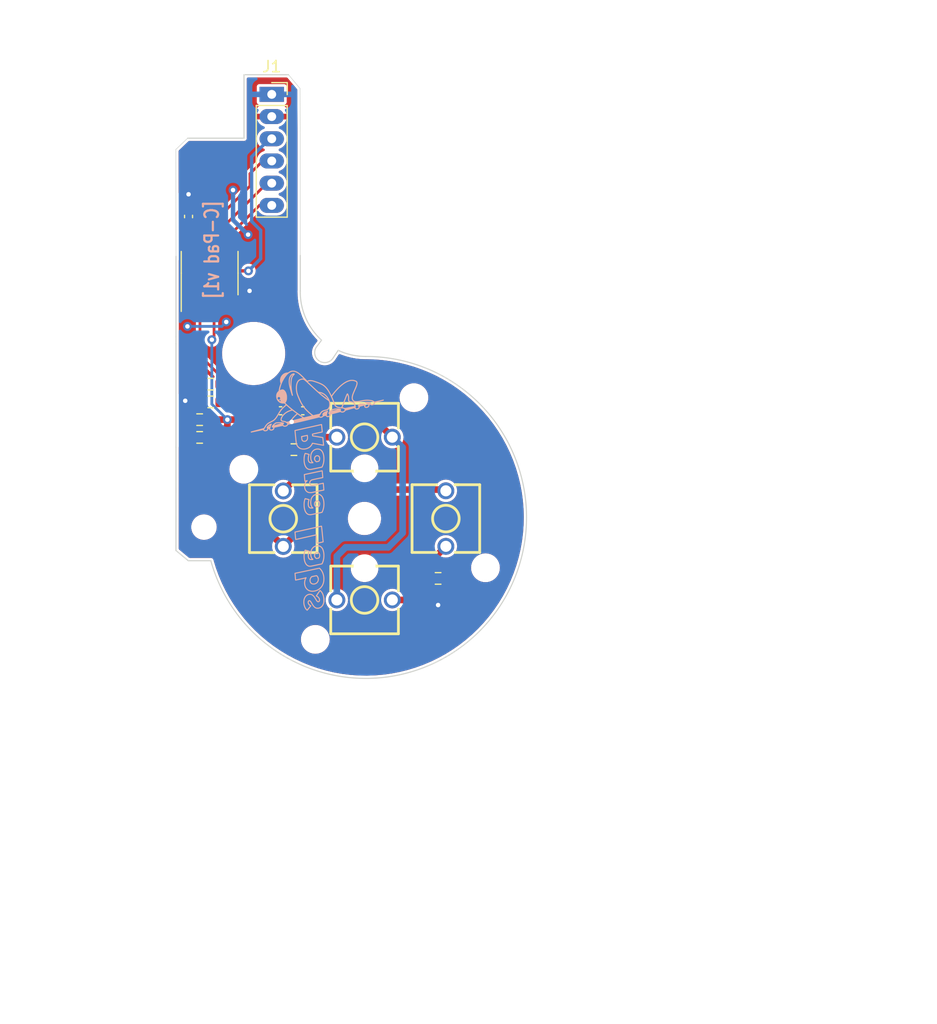
<source format=kicad_pcb>
(kicad_pcb (version 20211014) (generator pcbnew)
  (layers (0 "F.Cu" signal) (31 "B.Cu" signal) (34 "B.Paste" user) (35 "F.Paste" user) (36 "B.SilkS" user "B.Silkscreen") (37 "F.SilkS" user "F.Silkscreen") (38 "B.Mask" user) (39 "F.Mask" user) (44 "Edge.Cuts" user))
  (net 0 "")
  (net 1 "GND")
  (net 2 "/C_y")
  (net 3 "/C_x")
  (net 4 "VCC")
  (net 5 "/CS2_2")
  (net 6 "/CLK2")
  (net 7 "/Dout2")
  (net 8 "/Din2")
  (net 9 "Net-(SW2-Pad1)")
  (net 10 "Net-(R1-Pad1)")
  (footprint "PhobGCC_2_0_0_footprints:C_0402_1005Metric" (layer "F.Cu") (at 128.8 100.5)
    (fp_text reference "C2" hide)
    (fp_text value "100n")
    (pad "1" smd roundrect (at -0.48 0) (size 0.56 0.62) (layers "F.Cu" "F.Paste" "F.Mask") (net 2 "/C_y"))
    (pad "2" smd roundrect (at 0.48 0) (size 0.56 0.62) (layers "F.Cu" "F.Paste" "F.Mask") (net 1 "GND"))
  )
  (footprint "PhobGCC_2_0_0_footprints:MountingHole_2.0mm" (layer "F.Cu") (at 136.37 114.68 90)
    (fp_text reference "H12" hide)
    (fp_text value "MountingHole")
    (pad "" np_thru_hole circle (at 0 0 90) (size 2 2) (drill 2) (layers F&B.Cu *.Mask))
  )
  (footprint "PhobGCC_2_0_0_footprints:SOIC-8_3.9x4.9mm_P1.27mm" (layer "F.Cu") (at 122.4 88.1 90)
    (fp_text reference "U1" hide)
    (fp_text value "MCP3202")
    (pad "1" smd roundrect (at -2.475 -1.905 90) (size 1.95 0.6) (layers "F.Cu" "F.Paste" "F.Mask") (net 5 "/CS2_2"))
    (pad "2" smd roundrect (at -2.475 -0.635 90) (size 1.95 0.6) (layers "F.Cu" "F.Paste" "F.Mask") (net 3 "/C_x"))
    (pad "3" smd roundrect (at -2.475 0.635 90) (size 1.95 0.6) (layers "F.Cu" "F.Paste" "F.Mask") (net 2 "/C_y"))
    (pad "4" smd roundrect (at -2.475 1.905 90) (size 1.95 0.6) (layers "F.Cu" "F.Paste" "F.Mask") (net 1 "GND"))
    (pad "5" smd roundrect (at 2.475 1.905 90) (size 1.95 0.6) (layers "F.Cu" "F.Paste" "F.Mask") (net 8 "/Din2"))
    (pad "6" smd roundrect (at 2.475 0.635 90) (size 1.95 0.6) (layers "F.Cu" "F.Paste" "F.Mask") (net 7 "/Dout2"))
    (pad "7" smd roundrect (at 2.475 -0.635 90) (size 1.95 0.6) (layers "F.Cu" "F.Paste" "F.Mask") (net 6 "/CLK2"))
    (pad "8" smd roundrect (at 2.475 -1.905 90) (size 1.95 0.6) (layers "F.Cu" "F.Paste" "F.Mask") (net 4 "VCC"))
  )
  (footprint "PhobGCC_2_0_0_footprints:C_0402_1005Metric" (layer "F.Cu") (at 130.8 100.5 180)
    (fp_text reference "C3" hide)
    (fp_text value "100n")
    (pad "1" smd roundrect (at -0.48 0 180) (size 0.56 0.62) (layers "F.Cu" "F.Paste" "F.Mask") (net 3 "/C_x"))
    (pad "2" smd roundrect (at 0.48 0 180) (size 0.56 0.62) (layers "F.Cu" "F.Paste" "F.Mask") (net 1 "GND"))
  )
  (footprint "Resistor_SMD:R_0603_1608Metric_Pad0.98x0.95mm_HandSolder" (layer "F.Cu") (at 122.5 99.7 180)
    (fp_text reference "R8" hide)
    (fp_text value "5.6k")
    (pad "1" smd roundrect (at -0.9125 0 180) (size 0.975 0.95) (layers "F.Cu" "F.Paste" "F.Mask") (net 3 "/C_x"))
    (pad "2" smd roundrect (at 0.9125 0 180) (size 0.975 0.95) (layers "F.Cu" "F.Paste" "F.Mask") (net 1 "GND"))
  )
  (footprint "Resistor_SMD:R_0603_1608Metric_Pad0.98x0.95mm_HandSolder" (layer "F.Cu") (at 122.5 98.1)
    (fp_text reference "R7" hide)
    (fp_text value "5.6k")
    (pad "1" smd roundrect (at -0.9125 0) (size 0.975 0.95) (layers "F.Cu" "F.Paste" "F.Mask") (net 4 "VCC"))
    (pad "2" smd roundrect (at 0.9125 0) (size 0.975 0.95) (layers "F.Cu" "F.Paste" "F.Mask") (net 3 "/C_x"))
  )
  (footprint "easyeda2kicad:SW-TH_L6.2-W6.2-P5.00" (layer "F.Cu") (at 143.7 110.21 90)
    (fp_text reference "SW3" hide)
    (fp_text value "C_down")
    (pad "1" thru_hole circle locked (at -2.5 0 90) (size 1.52 1.52) (drill 0.999998) (layers *.Cu *.Paste *.Mask) (net 10 "Net-(R1-Pad1)"))
    (pad "2" thru_hole circle locked (at 2.5 0 90) (size 1.52 1.52) (drill 0.999998) (layers *.Cu *.Paste *.Mask) (net 2 "/C_y"))
  )
  (footprint "easyeda2kicad:SW-TH_L6.2-W6.2-P5.00" (layer "F.Cu") (at 136.37 102.88)
    (fp_text reference "SW4" hide)
    (fp_text value "C_right")
    (pad "1" thru_hole circle locked (at -2.5 0) (size 1.52 1.52) (drill 0.999998) (layers *.Cu *.Paste *.Mask) (net 9 "Net-(SW2-Pad1)"))
    (pad "2" thru_hole circle locked (at 2.5 0) (size 1.52 1.52) (drill 0.999998) (layers *.Cu *.Paste *.Mask) (net 3 "/C_x"))
  )
  (footprint "easyeda2kicad:SW-TH_L6.2-W6.2-P5.00" (layer "F.Cu") (at 136.37 117.54 180)
    (fp_text reference "SW1" hide)
    (fp_text value "C_left")
    (pad "1" thru_hole circle locked (at -2.5 0 180) (size 1.52 1.52) (drill 0.999998) (layers *.Cu *.Paste *.Mask) (net 10 "Net-(R1-Pad1)"))
    (pad "2" thru_hole circle locked (at 2.5 0 180) (size 1.52 1.52) (drill 0.999998) (layers *.Cu *.Paste *.Mask) (net 3 "/C_x"))
  )
  (footprint "Resistor_SMD:R_0603_1608Metric_Pad0.98x0.95mm_HandSolder" (layer "F.Cu") (at 143 115.6)
    (fp_text reference "R1" hide)
    (fp_text value "1.1k")
    (pad "1" smd roundrect (at -0.9125 0) (size 0.975 0.95) (layers "F.Cu" "F.Paste" "F.Mask") (net 10 "Net-(R1-Pad1)"))
    (pad "2" smd roundrect (at 0.9125 0) (size 0.975 0.95) (layers "F.Cu" "F.Paste" "F.Mask") (net 1 "GND"))
  )
  (footprint "MountingHole:MountingHole_2.1mm" (layer "F.Cu") (at 131.93 121.09)
    (fp_text reference "H4" hide)
    (fp_text value "MountingHole")
    (pad "" np_thru_hole circle (at 0 0) (size 2.1 2.1) (drill 2.1) (layers *.Cu *.Mask))
  )
  (footprint "PhobGCC_2_0_0_footprints:C_0402_1005Metric" (layer "F.Cu") (at 120.5 83 90)
    (fp_text reference "C1" hide)
    (fp_text value "100n")
    (pad "1" smd roundrect (at -0.48 0 90) (size 0.56 0.62) (layers "F.Cu" "F.Paste" "F.Mask") (net 4 "VCC"))
    (pad "2" smd roundrect (at 0.48 0 90) (size 0.56 0.62) (layers "F.Cu" "F.Paste" "F.Mask") (net 1 "GND"))
  )
  (footprint "MountingHole:MountingHole_2.5mm" (layer "F.Cu") (at 136.36 110.2)
    (fp_text reference "H5" hide)
    (fp_text value "MountingHole")
    (pad "" np_thru_hole circle (at 0 0) (size 2.5 2.5) (drill 2.5) (layers *.Cu *.Mask))
  )
  (footprint "easyeda2kicad:SW-TH_L6.2-W6.2-P5.00" (layer "F.Cu") (at 129.04 110.22 -90)
    (fp_text reference "SW2" hide)
    (fp_text value "C_up")
    (pad "1" thru_hole circle locked (at -2.5 0 270) (size 1.52 1.52) (drill 0.999998) (layers *.Cu *.Paste *.Mask) (net 9 "Net-(SW2-Pad1)"))
    (pad "2" thru_hole circle locked (at 2.5 0 270) (size 1.52 1.52) (drill 0.999998) (layers *.Cu *.Paste *.Mask) (net 2 "/C_y"))
  )
  (footprint "Resistor_SMD:R_0603_1608Metric_Pad0.98x0.95mm_HandSolder" (layer "F.Cu") (at 121.5 101.3 180)
    (fp_text reference "R6" hide)
    (fp_text value "5.6k")
    (pad "1" smd roundrect (at -0.9125 0 180) (size 0.975 0.95) (layers "F.Cu" "F.Paste" "F.Mask") (net 2 "/C_y"))
    (pad "2" smd roundrect (at 0.9125 0 180) (size 0.975 0.95) (layers "F.Cu" "F.Paste" "F.Mask") (net 1 "GND"))
  )
  (footprint "Resistor_SMD:R_0603_1608Metric_Pad0.98x0.95mm_HandSolder" (layer "F.Cu") (at 130 104 180)
    (fp_text reference "R2" hide)
    (fp_text value "1.1k")
    (pad "1" smd roundrect (at -0.9125 0 180) (size 0.975 0.95) (layers "F.Cu" "F.Paste" "F.Mask") (net 9 "Net-(SW2-Pad1)"))
    (pad "2" smd roundrect (at 0.9125 0 180) (size 0.975 0.95) (layers "F.Cu" "F.Paste" "F.Mask") (net 4 "VCC"))
  )
  (footprint "MountingHole:MountingHole_2.1mm" (layer "F.Cu") (at 147.27 114.64)
    (fp_text reference "H3" hide)
    (fp_text value "MountingHole")
    (pad "" np_thru_hole circle (at 0 0) (size 2.1 2.1) (drill 2.1) (layers *.Cu *.Mask))
  )
  (footprint "MountingHole:MountingHole_2.1mm" (layer "F.Cu") (at 125.48 105.77)
    (fp_text reference "H1" hide)
    (fp_text value "MountingHole")
    (pad "" np_thru_hole circle (at 0 0) (size 2.1 2.1) (drill 2.1) (layers *.Cu *.Mask))
  )
  (footprint "PhobGCC_2_0_0_footprints:MountingHole_1.8mm" (layer "F.Cu") (at 121.89 110.98 90)
    (fp_text reference "H10" hide)
    (fp_text value "MountingHole")
    (pad "" np_thru_hole circle (at 0 0 90) (size 1.8 1.8) (drill 1.8) (layers F&B.Cu *.Mask))
  )
  (footprint "PhobGCC_2_0_0_footprints:MountingHole_2.0mm" (layer "F.Cu") (at 136.37 105.68 90)
    (fp_text reference "H13" hide)
    (fp_text value "MountingHole")
    (pad "" np_thru_hole circle (at 0 0 90) (size 2 2) (drill 2) (layers F&B.Cu *.Mask))
  )
  (footprint "MountingHole:MountingHole_2.1mm" (layer "F.Cu") (at 140.82 99.32)
    (fp_text reference "H2" hide)
    (fp_text value "MountingHole")
    (pad "" np_thru_hole circle (at 0 0) (size 2.1 2.1) (drill 2.1) (layers *.Cu *.Mask))
  )
  (footprint "PhobGCC_2_0_0_footprints:MountingHole_5.2mm" (layer "F.Cu") (at 126.37 95.34 90)
    (fp_text reference "H11" hide)
    (fp_text value "MountingHole")
    (pad "" np_thru_hole circle (at 0 0 90) (size 5.2 5.2) (drill 5.2) (layers F&B.Cu *.Mask))
  )
  (footprint "PhobGCC_2_0_0_footprints:PinSocket_1x06_P2.00mm_Vertical" (layer "F.Cu") (at 128 72)
    (fp_text reference "J1" (at 0 -2.5 180) (layer "F.SilkS"))
    (fp_text value "Conn_01x06")
    (pad "1" thru_hole rect (at 0 0) (size 2.2 1.35) (drill 0.8) (layers *.Cu *.Mask) (net 1 "GND") (thermal_gap 0.65))
    (pad "2" thru_hole oval (at 0 2) (size 2.2 1.35) (drill 0.8) (layers *.Cu *.Mask) (net 4 "VCC") (thermal_gap 0.5))
    (pad "3" thru_hole oval (at 0 4) (size 2.2 1.35) (drill 0.8) (layers *.Cu *.Mask) (net 5 "/CS2_2"))
    (pad "4" thru_hole oval (at 0 6) (size 2.2 1.35) (drill 0.8) (layers *.Cu *.Mask) (net 6 "/CLK2"))
    (pad "5" thru_hole oval (at 0 8) (size 2.2 1.35) (drill 0.8) (layers *.Cu *.Mask) (net 7 "/Dout2"))
    (pad "6" thru_hole oval (at 0 10) (size 2.2 1.35) (drill 0.8) (layers *.Cu *.Mask) (net 8 "/Din2"))
  )
  (footprint "Resistor_SMD:R_0603_1608Metric_Pad0.98x0.95mm_HandSolder" (layer "F.Cu") (at 121.5 102.9)
    (fp_text reference "R5" hide)
    (fp_text value "5.6k")
    (pad "1" smd roundrect (at -0.9125 0) (size 0.975 0.95) (layers "F.Cu" "F.Paste" "F.Mask") (net 4 "VCC"))
    (pad "2" smd roundrect (at 0.9125 0) (size 0.975 0.95) (layers "F.Cu" "F.Paste" "F.Mask") (net 2 "/C_y"))
  )
  (footprint "logo:logo_no_text_tiny" (layer "B.Cu") (at 132.1 100.5 -90)
    (fp_text reference "G***" hide)
    (fp_text value "LOGO" hide)
  )
  (footprint "logo:text_only_horizontal_4mm_tall" (layer "B.Cu") (at 131.328624 109.859004 -90)
    (fp_text reference "G***" hide)
    (fp_text value "LOGO" hide)
  )
  (gr_arc (start 136.4732 95.606117) (mid 148.023637 118.872944) (end 122.507528 114.006117) (layer "Edge.Cuts") (width 0.1))
  (gr_line (start 132.492083 94.141342) (end 132.025578 94.761017) (layer "Edge.Cuts") (width 0.1))
  (gr_arc (start 133.523763 95.758735) (mid 132.275846 96.008917) (end 132.025578 94.761017) (layer "Edge.Cuts") (width 0.1))
  (gr_line (start 120.4214 75.946) (end 125.5 75.946) (layer "Edge.Cuts") (width 0.1))
  (gr_line (start 119.3672 93.842952) (end 119.367157 94.464952) (layer "Edge.Cuts") (width 0.1))
  (gr_line (start 130.5732 75.278235) (end 130.556 71.4756) (layer "Edge.Cuts") (width 0.05))
  (gr_line (start 130.5732 89.706117) (end 130.5732 86.506117) (layer "Edge.Cuts") (width 0.1))
  (gr_line (start 119.3672 93.842952) (end 119.3672 86.5874) (layer "Edge.Cuts") (width 0.1))
  (gr_arc (start 132.492083 94.141342) (mid 131.057512 92.129292) (end 130.5732 89.706117) (layer "Edge.Cuts") (width 0.1))
  (gr_line (start 133.523763 95.758735) (end 133.990269 95.058224) (layer "Edge.Cuts") (width 0.1))
  (gr_line (start 130.5732 86.506117) (end 130.5732 75.278235) (layer "Edge.Cuts") (width 0.05))
  (gr_line (start 129.511 70.227493) (end 125.5 70.227493) (layer "Edge.Cuts") (width 0.1))
  (gr_line (start 119.3546 76.962) (end 120.4214 75.946) (layer "Edge.Cuts") (width 0.05))
  (gr_line (start 119.367157 103.765952) (end 119.364307 113.086952) (layer "Edge.Cuts") (width 0.1))
  (gr_line (start 119.364307 113.086952) (end 120.4732 114.006117) (layer "Edge.Cuts") (width 0.1))
  (gr_line (start 119.367157 94.464952) (end 119.367157 103.765952) (layer "Edge.Cuts") (width 0.1))
  (gr_line (start 119.3672 86.5874) (end 119.3546 76.962) (layer "Edge.Cuts") (width 0.05))
  (gr_line (start 125.5 70.227493) (end 125.5 75.946) (layer "Edge.Cuts") (width 0.1))
  (gr_line (start 130.556 71.4756) (end 129.511 70.227493) (layer "Edge.Cuts") (width 0.05))
  (gr_arc (start 136.4732 95.606117) (mid 135.201851 95.467595) (end 133.990269 95.058224) (layer "Edge.Cuts") (width 0.1))
  (gr_line (start 120.4732 114.006117) (end 122.507528 114.006117) (layer "Edge.Cuts") (width 0.1))
  (gr_text "[C-Pad v1]" (at 122.6 86 90) (layer "B.SilkS") (effects (font (size 1.25 1) (thickness 0.2)) (justify mirror)))
  (segment (start 129.8 100.5) (end 129.8 101.5) (width 0.6) (layer "F.Cu") (net 1))
  (segment (start 120.3 99.7) (end 121.4 99.7) (width 0.6) (layer "F.Cu") (net 1))
  (segment (start 120.5 81) (end 120.5 82.52) (width 0.25) (layer "F.Cu") (net 1))
  (segment (start 120.5875 99.9875) (end 120.5875 101.3) (width 0.6) (layer "F.Cu") (net 1))
  (segment (start 129.8 100.5) (end 130.32 100.5) (width 0.6) (layer "F.Cu") (net 1))
  (segment (start 120.2 99.6) (end 120.3 99.7) (width 0.6) (layer "F.Cu") (net 1))
  (segment (start 121.4875 99.7) (end 121.4 99.7) (width 0.25) (layer "F.Cu") (net 1))
  (segment (start 120.2 99.6) (end 120.5875 99.9875) (width 0.6) (layer "F.Cu") (net 1))
  (segment (start 143.9125 115.6) (end 143.9125 117.0875) (width 0.6) (layer "F.Cu") (net 1))
  (segment (start 126 89.7) (end 125.125 90.575) (width 0.3) (layer "F.Cu") (net 1))
  (segment (start 125.125 90.575) (end 124.305 90.575) (width 0.3) (layer "F.Cu") (net 1))
  (segment (start 129.28 100.5) (end 129.8 100.5) (width 0.6) (layer "F.Cu") (net 1))
  (segment (start 143.9125 117.0875) (end 143 118) (width 0.6) (layer "F.Cu") (net 1))
  (via (at 120.5 81) (size 0.8) (drill 0.4) (layers "F.Cu" "B.Cu") (net 1))
  (via (at 129.8 101.5) (size 0.8) (drill 0.4) (layers "F.Cu" "B.Cu") (net 1))
  (via (at 143 118) (size 0.8) (drill 0.4) (layers "F.Cu" "B.Cu") (net 1))
  (via (at 126 89.7) (size 0.8) (drill 0.4) (layers "F.Cu" "B.Cu") (net 1))
  (via (at 120.2 99.6) (size 0.8) (drill 0.4) (layers "F.Cu" "B.Cu") (net 1))
  (segment (start 128.32 100.5) (end 128 100.5) (width 0.6) (layer "F.Cu") (net 2))
  (segment (start 122.8 93.9) (end 122.6 94.1) (width 0.25) (layer "F.Cu") (net 2))
  (segment (start 124 101.9) (end 123 102.9) (width 0.6) (layer "F.Cu") (net 2))
  (segment (start 123 102.9) (end 122.4125 102.9) (width 0.25) (layer "F.Cu") (net 2))
  (segment (start 125.6 101.3) (end 124 101.3) (width 0.6) (layer "F.Cu") (net 2))
  (segment (start 127.4 103.1) (end 126.4 102.1) (width 0.6) (layer "F.Cu") (net 2))
  (segment (start 122.8 91.475) (end 122.8 93.9) (width 0.25) (layer "F.Cu") (net 2))
  (segment (start 124 101.3) (end 124 101.9) (width 0.6) (layer "F.Cu") (net 2))
  (segment (start 124 101.3) (end 122.4125 101.3) (width 0.6) (layer "F.Cu") (net 2))
  (segment (start 134.16 107.6) (end 129.04 112.72) (width 0.6) (layer "F.Cu") (net 2))
  (segment (start 128 100.5) (end 126.4 102.1) (width 0.6) (layer "F.Cu") (net 2))
  (segment (start 143.7 107.71) (end 143.59 107.6) (width 0.6) (layer "F.Cu") (net 2))
  (segment (start 143.59 107.6) (end 134.16 107.6) (width 0.6) (layer "F.Cu") (net 2))
  (segment (start 129.04 112.72) (end 127.4 111.08) (width 0.6) (layer "F.Cu") (net 2))
  (segment (start 126.4 102.1) (end 125.6 101.3) (width 0.6) (layer "F.Cu") (net 2))
  (segment (start 127.4 111.08) (end 127.4 103.1) (width 0.6) (layer "F.Cu") (net 2))
  (via (at 122.6 94.1) (size 0.8) (drill 0.4) (layers "F.Cu" "B.Cu") (net 2))
  (via (at 124 101.3) (size 0.8) (drill 0.4) (layers "F.Cu" "B.Cu") (net 2))
  (segment (start 122.6 99.9) (end 122.6 94.1) (width 0.25) (layer "B.Cu") (net 2))
  (segment (start 124 101.3) (end 122.6 99.9) (width 0.25) (layer "B.Cu") (net 2))
  (segment (start 138.87 102.88) (end 135.29 99.3) (width 0.6) (layer "F.Cu") (net 3))
  (segment (start 135.29 99.3) (end 124.2 99.3) (width 0.6) (layer "F.Cu") (net 3))
  (segment (start 123.4125 98.1) (end 123.3125 98.2) (width 0.6) (layer "F.Cu") (net 3))
  (segment (start 121.53 91.475) (end 121.53 95.53) (width 0.25) (layer "F.Cu") (net 3))
  (segment (start 124.2 99.3) (end 123.8 99.7) (width 0.6) (layer "F.Cu") (net 3))
  (segment (start 131.28 100.5) (end 131.28 99.3) (width 0.6) (layer "F.Cu") (net 3))
  (segment (start 123.8 99.7) (end 123.4125 99.7) (width 0.6) (layer "F.Cu") (net 3))
  (segment (start 123.3125 98.2) (end 123.3125 99.7) (width 0.6) (layer "F.Cu") (net 3))
  (segment (start 121.53 95.53) (end 123.3125 97.3125) (width 0.25) (layer "F.Cu") (net 3))
  (segment (start 123.3125 97.3125) (end 123.3125 98.1) (width 0.25) (layer "F.Cu") (net 3))
  (segment (start 139.8 111.500281) (end 139.8 103.81) (width 0.6) (layer "B.Cu") (net 3))
  (segment (start 133.87 113.594491) (end 134.664491 112.8) (width 0.6) (layer "B.Cu") (net 3))
  (segment (start 134.664491 112.8) (end 138.500281 112.8) (width 0.6) (layer "B.Cu") (net 3))
  (segment (start 139.8 103.81) (end 138.87 102.88) (width 0.6) (layer "B.Cu") (net 3))
  (segment (start 138.500281 112.8) (end 139.8 111.500281) (width 0.6) (layer "B.Cu") (net 3))
  (segment (start 133.87 117.54) (end 133.87 113.594491) (width 0.6) (layer "B.Cu") (net 3))
  (segment (start 120.495 85.625) (end 120.495 83.485) (width 0.25) (layer "F.Cu") (net 4))
  (segment (start 120.495 83.485) (end 120.5 83.48) (width 0.25) (layer "F.Cu") (net 4))
  (via (at 125.8687 84.6328) (size 0.8) (drill 0.4) (layers "F.Cu" "B.Cu") (net 4))
  (via (at 120.4 92.9) (size 0.8) (drill 0.4) (layers "F.Cu" "B.Cu") (net 4))
  (via (at 123.9 92.5) (size 0.8) (drill 0.4) (layers "F.Cu" "B.Cu") (net 4))
  (via (at 124.5108 80.6196) (size 0.8) (drill 0.4) (layers "F.Cu" "B.Cu") (net 4))
  (segment (start 124.5108 83.3108) (end 125.8328 84.6328) (width 0.4) (layer "B.Cu") (net 4))
  (segment (start 125.8328 84.6328) (end 125.8687 84.6328) (width 0.4) (layer "B.Cu") (net 4))
  (segment (start 124.5108 80.6196) (end 124.5108 83.3108) (width 0.4) (layer "B.Cu") (net 4))
  (segment (start 123.9 92.5) (end 123.5 92.9) (width 0.25) (layer "B.Cu") (net 4))
  (segment (start 123.5 92.9) (end 120.4 92.9) (width 0.25) (layer "B.Cu") (net 4))
  (segment (start 125.9 87.9) (end 122.1 87.9) (width 0.3) (layer "F.Cu") (net 5))
  (segment (start 120.495 89.505) (end 120.495 90.575) (width 0.3) (layer "F.Cu") (net 5))
  (segment (start 122.1 87.9) (end 120.495 89.505) (width 0.3) (layer "F.Cu") (net 5))
  (via (at 125.9 87.9) (size 0.8) (drill 0.4) (layers "F.Cu" "B.Cu") (net 5))
  (segment (start 127 84.25) (end 126.1872 83.4372) (width 0.3) (layer "B.Cu") (net 5))
  (segment (start 126.1872 83.4372) (end 126.1872 77.6224) (width 0.3) (layer "B.Cu") (net 5))
  (segment (start 127.8172 75.9924) (end 128.016 75.9924) (width 0.3) (layer "B.Cu") (net 5))
  (segment (start 126.1872 77.6224) (end 127.8172 75.9924) (width 0.3) (layer "B.Cu") (net 5))
  (segment (start 125.9 87.9) (end 127 86.8) (width 0.3) (layer "B.Cu") (net 5))
  (segment (start 127 86.8) (end 127 84.25) (width 0.3) (layer "B.Cu") (net 5))
  (segment (start 121.765 86.2846) (end 121.765 84.5338) (width 0.25) (layer "F.Cu") (net 6))
  (segment (start 121.765 84.5338) (end 126.0348 80.264) (width 0.25) (layer "F.Cu") (net 6))
  (segment (start 126.0348 80.264) (end 126.0348 79.1464) (width 0.25) (layer "F.Cu") (net 6))
  (segment (start 126.0348 79.1464) (end 127.1888 77.9924) (width 0.25) (layer "F.Cu") (net 6))
  (segment (start 127.1888 77.9924) (end 128.016 77.9924) (width 0.25) (layer "F.Cu") (net 6))
  (segment (start 123.035 84.5338) (end 127.5764 79.9924) (width 0.25) (layer "F.Cu") (net 7))
  (segment (start 127.5764 79.9924) (end 128.016 79.9924) (width 0.25) (layer "F.Cu") (net 7))
  (segment (start 123.035 85.625) (end 123.035 84.5338) (width 0.25) (layer "F.Cu") (net 7))
  (segment (start 126.8896 82) (end 128 82) (width 0.25) (layer "F.Cu") (net 8))
  (segment (start 124.305 86.2846) (end 124.305 84.5846) (width 0.25) (layer "F.Cu") (net 8))
  (segment (start 124.305 84.5846) (end 126.8896 82) (width 0.25) (layer "F.Cu") (net 8))
  (segment (start 130.9125 105.8475) (end 129.04 107.72) (width 0.6) (layer "F.Cu") (net 9))
  (segment (start 132.0325 102.88) (end 130.9125 104) (width 0.6) (layer "F.Cu") (net 9))
  (segment (start 130.9125 104) (end 130.9125 105.8475) (width 0.6) (layer "F.Cu") (net 9))
  (segment (start 133.87 102.88) (end 132.0325 102.88) (width 0.6) (layer "F.Cu") (net 9))
  (segment (start 140.1475 117.54) (end 142.0875 115.6) (width 0.6) (layer "F.Cu") (net 10))
  (segment (start 142.0875 115.6) (end 142.0875 114.3225) (width 0.6) (layer "F.Cu") (net 10))
  (segment (start 142.0875 114.3225) (end 143.7 112.71) (width 0.6) (layer "F.Cu") (net 10))
  (segment (start 138.87 117.54) (end 140.1475 117.54) (width 0.6) (layer "F.Cu") (net 10))
  (zone (net 4) (net_name "VCC") (layer "F.Cu") (connect_pads (clearance 0.25)) (min_thickness 0.254) (fill yes (thermal_gap 0.508) (thermal_bridge_width 0.508))
    (polygon (pts (xy 188 155.75) (xy 103.5 155.75) (xy 103.5 63.5) (xy 188 63.5)))
  )
  (zone (net 1) (net_name "GND") (layer "B.Cu") (connect_pads (clearance 0.25)) (min_thickness 0.254) (fill yes (thermal_gap 0.508) (thermal_bridge_width 0.508))
    (polygon (pts (xy 130.81 86.614) (xy 136.2964 92.1004) (xy 152.4 92.1004) (xy 152.4 127) (xy 118.5672 127) (xy 118.5672 69.0572) (xy 130.81 69.0572)))
  )
)
</source>
